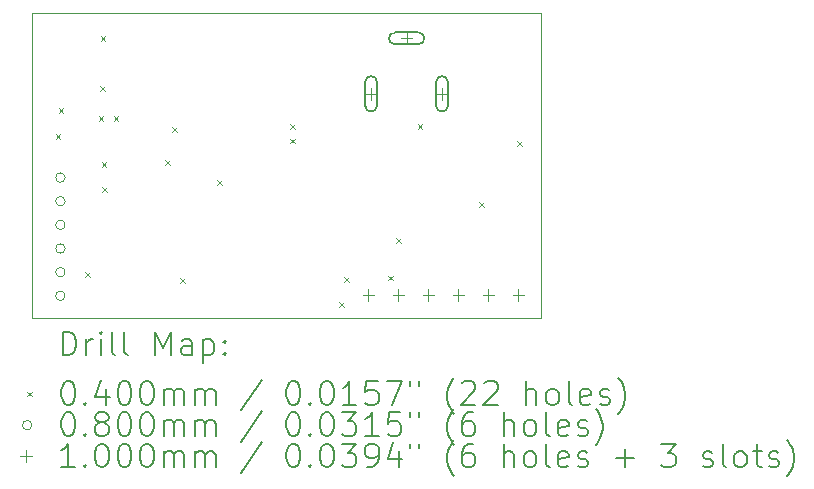
<source format=gbr>
%TF.GenerationSoftware,KiCad,Pcbnew,7.0.6*%
%TF.CreationDate,2024-04-30T22:03:51+02:00*%
%TF.ProjectId,MB-V2,4d422d56-322e-46b6-9963-61645f706362,rev?*%
%TF.SameCoordinates,Original*%
%TF.FileFunction,Drillmap*%
%TF.FilePolarity,Positive*%
%FSLAX45Y45*%
G04 Gerber Fmt 4.5, Leading zero omitted, Abs format (unit mm)*
G04 Created by KiCad (PCBNEW 7.0.6) date 2024-04-30 22:03:51*
%MOMM*%
%LPD*%
G01*
G04 APERTURE LIST*
%ADD10C,0.100000*%
%ADD11C,0.200000*%
%ADD12C,0.040000*%
%ADD13C,0.080000*%
G04 APERTURE END LIST*
D10*
X13603000Y-8942000D02*
X17913000Y-8942000D01*
X17913000Y-11527000D01*
X13603000Y-11527000D01*
X13603000Y-8942000D01*
D11*
D12*
X13800000Y-9970000D02*
X13840000Y-10010000D01*
X13840000Y-9970000D02*
X13800000Y-10010000D01*
X13825000Y-9750000D02*
X13865000Y-9790000D01*
X13865000Y-9750000D02*
X13825000Y-9790000D01*
X14050000Y-11140000D02*
X14090000Y-11180000D01*
X14090000Y-11140000D02*
X14050000Y-11180000D01*
X14165000Y-9820000D02*
X14205000Y-9860000D01*
X14205000Y-9820000D02*
X14165000Y-9860000D01*
X14175000Y-9565000D02*
X14215000Y-9605000D01*
X14215000Y-9565000D02*
X14175000Y-9605000D01*
X14180000Y-9140000D02*
X14220000Y-9180000D01*
X14220000Y-9140000D02*
X14180000Y-9180000D01*
X14190000Y-10210000D02*
X14230000Y-10250000D01*
X14230000Y-10210000D02*
X14190000Y-10250000D01*
X14195000Y-10420000D02*
X14235000Y-10460000D01*
X14235000Y-10420000D02*
X14195000Y-10460000D01*
X14290000Y-9820000D02*
X14330000Y-9860000D01*
X14330000Y-9820000D02*
X14290000Y-9860000D01*
X14725000Y-10190000D02*
X14765000Y-10230000D01*
X14765000Y-10190000D02*
X14725000Y-10230000D01*
X14785000Y-9910000D02*
X14825000Y-9950000D01*
X14825000Y-9910000D02*
X14785000Y-9950000D01*
X14857000Y-11191000D02*
X14897000Y-11231000D01*
X14897000Y-11191000D02*
X14857000Y-11231000D01*
X15166000Y-10363000D02*
X15206000Y-10403000D01*
X15206000Y-10363000D02*
X15166000Y-10403000D01*
X15785000Y-9890000D02*
X15825000Y-9930000D01*
X15825000Y-9890000D02*
X15785000Y-9930000D01*
X15785000Y-10010000D02*
X15825000Y-10050000D01*
X15825000Y-10010000D02*
X15785000Y-10050000D01*
X16201000Y-11395000D02*
X16241000Y-11435000D01*
X16241000Y-11395000D02*
X16201000Y-11435000D01*
X16240000Y-11185000D02*
X16280000Y-11225000D01*
X16280000Y-11185000D02*
X16240000Y-11225000D01*
X16615000Y-11170000D02*
X16655000Y-11210000D01*
X16655000Y-11170000D02*
X16615000Y-11210000D01*
X16685000Y-10850000D02*
X16725000Y-10890000D01*
X16725000Y-10850000D02*
X16685000Y-10890000D01*
X16865000Y-9890000D02*
X16905000Y-9930000D01*
X16905000Y-9890000D02*
X16865000Y-9930000D01*
X17385000Y-10550000D02*
X17425000Y-10590000D01*
X17425000Y-10550000D02*
X17385000Y-10590000D01*
X17705000Y-10030000D02*
X17745000Y-10070000D01*
X17745000Y-10030000D02*
X17705000Y-10070000D01*
D13*
X13880000Y-10340000D02*
G75*
G03*
X13880000Y-10340000I-40000J0D01*
G01*
X13880000Y-10540000D02*
G75*
G03*
X13880000Y-10540000I-40000J0D01*
G01*
X13880000Y-10740000D02*
G75*
G03*
X13880000Y-10740000I-40000J0D01*
G01*
X13880000Y-10940000D02*
G75*
G03*
X13880000Y-10940000I-40000J0D01*
G01*
X13880000Y-11140000D02*
G75*
G03*
X13880000Y-11140000I-40000J0D01*
G01*
X13880000Y-11340000D02*
G75*
G03*
X13880000Y-11340000I-40000J0D01*
G01*
D10*
X16448000Y-11287000D02*
X16448000Y-11387000D01*
X16398000Y-11337000D02*
X16498000Y-11337000D01*
X16471000Y-9580750D02*
X16471000Y-9680750D01*
X16421000Y-9630750D02*
X16521000Y-9630750D01*
D11*
X16521000Y-9730750D02*
X16521000Y-9530750D01*
X16521000Y-9530750D02*
G75*
G03*
X16421000Y-9530750I-50000J0D01*
G01*
X16421000Y-9530750D02*
X16421000Y-9730750D01*
X16421000Y-9730750D02*
G75*
G03*
X16521000Y-9730750I50000J0D01*
G01*
D10*
X16702000Y-11287000D02*
X16702000Y-11387000D01*
X16652000Y-11337000D02*
X16752000Y-11337000D01*
X16771000Y-9110750D02*
X16771000Y-9210750D01*
X16721000Y-9160750D02*
X16821000Y-9160750D01*
D11*
X16871000Y-9110750D02*
X16671000Y-9110750D01*
X16671000Y-9110750D02*
G75*
G03*
X16671000Y-9210750I0J-50000D01*
G01*
X16671000Y-9210750D02*
X16871000Y-9210750D01*
X16871000Y-9210750D02*
G75*
G03*
X16871000Y-9110750I0J50000D01*
G01*
D10*
X16956000Y-11287000D02*
X16956000Y-11387000D01*
X16906000Y-11337000D02*
X17006000Y-11337000D01*
X17071000Y-9580750D02*
X17071000Y-9680750D01*
X17021000Y-9630750D02*
X17121000Y-9630750D01*
D11*
X17121000Y-9730750D02*
X17121000Y-9530750D01*
X17121000Y-9530750D02*
G75*
G03*
X17021000Y-9530750I-50000J0D01*
G01*
X17021000Y-9530750D02*
X17021000Y-9730750D01*
X17021000Y-9730750D02*
G75*
G03*
X17121000Y-9730750I50000J0D01*
G01*
D10*
X17210000Y-11287000D02*
X17210000Y-11387000D01*
X17160000Y-11337000D02*
X17260000Y-11337000D01*
X17464000Y-11287000D02*
X17464000Y-11387000D01*
X17414000Y-11337000D02*
X17514000Y-11337000D01*
X17718000Y-11287000D02*
X17718000Y-11387000D01*
X17668000Y-11337000D02*
X17768000Y-11337000D01*
D11*
X13858777Y-11843484D02*
X13858777Y-11643484D01*
X13858777Y-11643484D02*
X13906396Y-11643484D01*
X13906396Y-11643484D02*
X13934967Y-11653008D01*
X13934967Y-11653008D02*
X13954015Y-11672055D01*
X13954015Y-11672055D02*
X13963539Y-11691103D01*
X13963539Y-11691103D02*
X13973062Y-11729198D01*
X13973062Y-11729198D02*
X13973062Y-11757769D01*
X13973062Y-11757769D02*
X13963539Y-11795865D01*
X13963539Y-11795865D02*
X13954015Y-11814912D01*
X13954015Y-11814912D02*
X13934967Y-11833960D01*
X13934967Y-11833960D02*
X13906396Y-11843484D01*
X13906396Y-11843484D02*
X13858777Y-11843484D01*
X14058777Y-11843484D02*
X14058777Y-11710150D01*
X14058777Y-11748246D02*
X14068301Y-11729198D01*
X14068301Y-11729198D02*
X14077824Y-11719674D01*
X14077824Y-11719674D02*
X14096872Y-11710150D01*
X14096872Y-11710150D02*
X14115920Y-11710150D01*
X14182586Y-11843484D02*
X14182586Y-11710150D01*
X14182586Y-11643484D02*
X14173062Y-11653008D01*
X14173062Y-11653008D02*
X14182586Y-11662531D01*
X14182586Y-11662531D02*
X14192110Y-11653008D01*
X14192110Y-11653008D02*
X14182586Y-11643484D01*
X14182586Y-11643484D02*
X14182586Y-11662531D01*
X14306396Y-11843484D02*
X14287348Y-11833960D01*
X14287348Y-11833960D02*
X14277824Y-11814912D01*
X14277824Y-11814912D02*
X14277824Y-11643484D01*
X14411158Y-11843484D02*
X14392110Y-11833960D01*
X14392110Y-11833960D02*
X14382586Y-11814912D01*
X14382586Y-11814912D02*
X14382586Y-11643484D01*
X14639729Y-11843484D02*
X14639729Y-11643484D01*
X14639729Y-11643484D02*
X14706396Y-11786341D01*
X14706396Y-11786341D02*
X14773062Y-11643484D01*
X14773062Y-11643484D02*
X14773062Y-11843484D01*
X14954015Y-11843484D02*
X14954015Y-11738722D01*
X14954015Y-11738722D02*
X14944491Y-11719674D01*
X14944491Y-11719674D02*
X14925443Y-11710150D01*
X14925443Y-11710150D02*
X14887348Y-11710150D01*
X14887348Y-11710150D02*
X14868301Y-11719674D01*
X14954015Y-11833960D02*
X14934967Y-11843484D01*
X14934967Y-11843484D02*
X14887348Y-11843484D01*
X14887348Y-11843484D02*
X14868301Y-11833960D01*
X14868301Y-11833960D02*
X14858777Y-11814912D01*
X14858777Y-11814912D02*
X14858777Y-11795865D01*
X14858777Y-11795865D02*
X14868301Y-11776817D01*
X14868301Y-11776817D02*
X14887348Y-11767293D01*
X14887348Y-11767293D02*
X14934967Y-11767293D01*
X14934967Y-11767293D02*
X14954015Y-11757769D01*
X15049253Y-11710150D02*
X15049253Y-11910150D01*
X15049253Y-11719674D02*
X15068301Y-11710150D01*
X15068301Y-11710150D02*
X15106396Y-11710150D01*
X15106396Y-11710150D02*
X15125443Y-11719674D01*
X15125443Y-11719674D02*
X15134967Y-11729198D01*
X15134967Y-11729198D02*
X15144491Y-11748246D01*
X15144491Y-11748246D02*
X15144491Y-11805388D01*
X15144491Y-11805388D02*
X15134967Y-11824436D01*
X15134967Y-11824436D02*
X15125443Y-11833960D01*
X15125443Y-11833960D02*
X15106396Y-11843484D01*
X15106396Y-11843484D02*
X15068301Y-11843484D01*
X15068301Y-11843484D02*
X15049253Y-11833960D01*
X15230205Y-11824436D02*
X15239729Y-11833960D01*
X15239729Y-11833960D02*
X15230205Y-11843484D01*
X15230205Y-11843484D02*
X15220682Y-11833960D01*
X15220682Y-11833960D02*
X15230205Y-11824436D01*
X15230205Y-11824436D02*
X15230205Y-11843484D01*
X15230205Y-11719674D02*
X15239729Y-11729198D01*
X15239729Y-11729198D02*
X15230205Y-11738722D01*
X15230205Y-11738722D02*
X15220682Y-11729198D01*
X15220682Y-11729198D02*
X15230205Y-11719674D01*
X15230205Y-11719674D02*
X15230205Y-11738722D01*
D12*
X13558000Y-12152000D02*
X13598000Y-12192000D01*
X13598000Y-12152000D02*
X13558000Y-12192000D01*
D11*
X13896872Y-12063484D02*
X13915920Y-12063484D01*
X13915920Y-12063484D02*
X13934967Y-12073008D01*
X13934967Y-12073008D02*
X13944491Y-12082531D01*
X13944491Y-12082531D02*
X13954015Y-12101579D01*
X13954015Y-12101579D02*
X13963539Y-12139674D01*
X13963539Y-12139674D02*
X13963539Y-12187293D01*
X13963539Y-12187293D02*
X13954015Y-12225388D01*
X13954015Y-12225388D02*
X13944491Y-12244436D01*
X13944491Y-12244436D02*
X13934967Y-12253960D01*
X13934967Y-12253960D02*
X13915920Y-12263484D01*
X13915920Y-12263484D02*
X13896872Y-12263484D01*
X13896872Y-12263484D02*
X13877824Y-12253960D01*
X13877824Y-12253960D02*
X13868301Y-12244436D01*
X13868301Y-12244436D02*
X13858777Y-12225388D01*
X13858777Y-12225388D02*
X13849253Y-12187293D01*
X13849253Y-12187293D02*
X13849253Y-12139674D01*
X13849253Y-12139674D02*
X13858777Y-12101579D01*
X13858777Y-12101579D02*
X13868301Y-12082531D01*
X13868301Y-12082531D02*
X13877824Y-12073008D01*
X13877824Y-12073008D02*
X13896872Y-12063484D01*
X14049253Y-12244436D02*
X14058777Y-12253960D01*
X14058777Y-12253960D02*
X14049253Y-12263484D01*
X14049253Y-12263484D02*
X14039729Y-12253960D01*
X14039729Y-12253960D02*
X14049253Y-12244436D01*
X14049253Y-12244436D02*
X14049253Y-12263484D01*
X14230205Y-12130150D02*
X14230205Y-12263484D01*
X14182586Y-12053960D02*
X14134967Y-12196817D01*
X14134967Y-12196817D02*
X14258777Y-12196817D01*
X14373062Y-12063484D02*
X14392110Y-12063484D01*
X14392110Y-12063484D02*
X14411158Y-12073008D01*
X14411158Y-12073008D02*
X14420682Y-12082531D01*
X14420682Y-12082531D02*
X14430205Y-12101579D01*
X14430205Y-12101579D02*
X14439729Y-12139674D01*
X14439729Y-12139674D02*
X14439729Y-12187293D01*
X14439729Y-12187293D02*
X14430205Y-12225388D01*
X14430205Y-12225388D02*
X14420682Y-12244436D01*
X14420682Y-12244436D02*
X14411158Y-12253960D01*
X14411158Y-12253960D02*
X14392110Y-12263484D01*
X14392110Y-12263484D02*
X14373062Y-12263484D01*
X14373062Y-12263484D02*
X14354015Y-12253960D01*
X14354015Y-12253960D02*
X14344491Y-12244436D01*
X14344491Y-12244436D02*
X14334967Y-12225388D01*
X14334967Y-12225388D02*
X14325443Y-12187293D01*
X14325443Y-12187293D02*
X14325443Y-12139674D01*
X14325443Y-12139674D02*
X14334967Y-12101579D01*
X14334967Y-12101579D02*
X14344491Y-12082531D01*
X14344491Y-12082531D02*
X14354015Y-12073008D01*
X14354015Y-12073008D02*
X14373062Y-12063484D01*
X14563539Y-12063484D02*
X14582586Y-12063484D01*
X14582586Y-12063484D02*
X14601634Y-12073008D01*
X14601634Y-12073008D02*
X14611158Y-12082531D01*
X14611158Y-12082531D02*
X14620682Y-12101579D01*
X14620682Y-12101579D02*
X14630205Y-12139674D01*
X14630205Y-12139674D02*
X14630205Y-12187293D01*
X14630205Y-12187293D02*
X14620682Y-12225388D01*
X14620682Y-12225388D02*
X14611158Y-12244436D01*
X14611158Y-12244436D02*
X14601634Y-12253960D01*
X14601634Y-12253960D02*
X14582586Y-12263484D01*
X14582586Y-12263484D02*
X14563539Y-12263484D01*
X14563539Y-12263484D02*
X14544491Y-12253960D01*
X14544491Y-12253960D02*
X14534967Y-12244436D01*
X14534967Y-12244436D02*
X14525443Y-12225388D01*
X14525443Y-12225388D02*
X14515920Y-12187293D01*
X14515920Y-12187293D02*
X14515920Y-12139674D01*
X14515920Y-12139674D02*
X14525443Y-12101579D01*
X14525443Y-12101579D02*
X14534967Y-12082531D01*
X14534967Y-12082531D02*
X14544491Y-12073008D01*
X14544491Y-12073008D02*
X14563539Y-12063484D01*
X14715920Y-12263484D02*
X14715920Y-12130150D01*
X14715920Y-12149198D02*
X14725443Y-12139674D01*
X14725443Y-12139674D02*
X14744491Y-12130150D01*
X14744491Y-12130150D02*
X14773063Y-12130150D01*
X14773063Y-12130150D02*
X14792110Y-12139674D01*
X14792110Y-12139674D02*
X14801634Y-12158722D01*
X14801634Y-12158722D02*
X14801634Y-12263484D01*
X14801634Y-12158722D02*
X14811158Y-12139674D01*
X14811158Y-12139674D02*
X14830205Y-12130150D01*
X14830205Y-12130150D02*
X14858777Y-12130150D01*
X14858777Y-12130150D02*
X14877824Y-12139674D01*
X14877824Y-12139674D02*
X14887348Y-12158722D01*
X14887348Y-12158722D02*
X14887348Y-12263484D01*
X14982586Y-12263484D02*
X14982586Y-12130150D01*
X14982586Y-12149198D02*
X14992110Y-12139674D01*
X14992110Y-12139674D02*
X15011158Y-12130150D01*
X15011158Y-12130150D02*
X15039729Y-12130150D01*
X15039729Y-12130150D02*
X15058777Y-12139674D01*
X15058777Y-12139674D02*
X15068301Y-12158722D01*
X15068301Y-12158722D02*
X15068301Y-12263484D01*
X15068301Y-12158722D02*
X15077824Y-12139674D01*
X15077824Y-12139674D02*
X15096872Y-12130150D01*
X15096872Y-12130150D02*
X15125443Y-12130150D01*
X15125443Y-12130150D02*
X15144491Y-12139674D01*
X15144491Y-12139674D02*
X15154015Y-12158722D01*
X15154015Y-12158722D02*
X15154015Y-12263484D01*
X15544491Y-12053960D02*
X15373063Y-12311103D01*
X15801634Y-12063484D02*
X15820682Y-12063484D01*
X15820682Y-12063484D02*
X15839729Y-12073008D01*
X15839729Y-12073008D02*
X15849253Y-12082531D01*
X15849253Y-12082531D02*
X15858777Y-12101579D01*
X15858777Y-12101579D02*
X15868301Y-12139674D01*
X15868301Y-12139674D02*
X15868301Y-12187293D01*
X15868301Y-12187293D02*
X15858777Y-12225388D01*
X15858777Y-12225388D02*
X15849253Y-12244436D01*
X15849253Y-12244436D02*
X15839729Y-12253960D01*
X15839729Y-12253960D02*
X15820682Y-12263484D01*
X15820682Y-12263484D02*
X15801634Y-12263484D01*
X15801634Y-12263484D02*
X15782586Y-12253960D01*
X15782586Y-12253960D02*
X15773063Y-12244436D01*
X15773063Y-12244436D02*
X15763539Y-12225388D01*
X15763539Y-12225388D02*
X15754015Y-12187293D01*
X15754015Y-12187293D02*
X15754015Y-12139674D01*
X15754015Y-12139674D02*
X15763539Y-12101579D01*
X15763539Y-12101579D02*
X15773063Y-12082531D01*
X15773063Y-12082531D02*
X15782586Y-12073008D01*
X15782586Y-12073008D02*
X15801634Y-12063484D01*
X15954015Y-12244436D02*
X15963539Y-12253960D01*
X15963539Y-12253960D02*
X15954015Y-12263484D01*
X15954015Y-12263484D02*
X15944491Y-12253960D01*
X15944491Y-12253960D02*
X15954015Y-12244436D01*
X15954015Y-12244436D02*
X15954015Y-12263484D01*
X16087348Y-12063484D02*
X16106396Y-12063484D01*
X16106396Y-12063484D02*
X16125444Y-12073008D01*
X16125444Y-12073008D02*
X16134967Y-12082531D01*
X16134967Y-12082531D02*
X16144491Y-12101579D01*
X16144491Y-12101579D02*
X16154015Y-12139674D01*
X16154015Y-12139674D02*
X16154015Y-12187293D01*
X16154015Y-12187293D02*
X16144491Y-12225388D01*
X16144491Y-12225388D02*
X16134967Y-12244436D01*
X16134967Y-12244436D02*
X16125444Y-12253960D01*
X16125444Y-12253960D02*
X16106396Y-12263484D01*
X16106396Y-12263484D02*
X16087348Y-12263484D01*
X16087348Y-12263484D02*
X16068301Y-12253960D01*
X16068301Y-12253960D02*
X16058777Y-12244436D01*
X16058777Y-12244436D02*
X16049253Y-12225388D01*
X16049253Y-12225388D02*
X16039729Y-12187293D01*
X16039729Y-12187293D02*
X16039729Y-12139674D01*
X16039729Y-12139674D02*
X16049253Y-12101579D01*
X16049253Y-12101579D02*
X16058777Y-12082531D01*
X16058777Y-12082531D02*
X16068301Y-12073008D01*
X16068301Y-12073008D02*
X16087348Y-12063484D01*
X16344491Y-12263484D02*
X16230206Y-12263484D01*
X16287348Y-12263484D02*
X16287348Y-12063484D01*
X16287348Y-12063484D02*
X16268301Y-12092055D01*
X16268301Y-12092055D02*
X16249253Y-12111103D01*
X16249253Y-12111103D02*
X16230206Y-12120627D01*
X16525444Y-12063484D02*
X16430206Y-12063484D01*
X16430206Y-12063484D02*
X16420682Y-12158722D01*
X16420682Y-12158722D02*
X16430206Y-12149198D01*
X16430206Y-12149198D02*
X16449253Y-12139674D01*
X16449253Y-12139674D02*
X16496872Y-12139674D01*
X16496872Y-12139674D02*
X16515920Y-12149198D01*
X16515920Y-12149198D02*
X16525444Y-12158722D01*
X16525444Y-12158722D02*
X16534967Y-12177769D01*
X16534967Y-12177769D02*
X16534967Y-12225388D01*
X16534967Y-12225388D02*
X16525444Y-12244436D01*
X16525444Y-12244436D02*
X16515920Y-12253960D01*
X16515920Y-12253960D02*
X16496872Y-12263484D01*
X16496872Y-12263484D02*
X16449253Y-12263484D01*
X16449253Y-12263484D02*
X16430206Y-12253960D01*
X16430206Y-12253960D02*
X16420682Y-12244436D01*
X16601634Y-12063484D02*
X16734967Y-12063484D01*
X16734967Y-12063484D02*
X16649253Y-12263484D01*
X16801634Y-12063484D02*
X16801634Y-12101579D01*
X16877825Y-12063484D02*
X16877825Y-12101579D01*
X17173063Y-12339674D02*
X17163539Y-12330150D01*
X17163539Y-12330150D02*
X17144491Y-12301579D01*
X17144491Y-12301579D02*
X17134968Y-12282531D01*
X17134968Y-12282531D02*
X17125444Y-12253960D01*
X17125444Y-12253960D02*
X17115920Y-12206341D01*
X17115920Y-12206341D02*
X17115920Y-12168246D01*
X17115920Y-12168246D02*
X17125444Y-12120627D01*
X17125444Y-12120627D02*
X17134968Y-12092055D01*
X17134968Y-12092055D02*
X17144491Y-12073008D01*
X17144491Y-12073008D02*
X17163539Y-12044436D01*
X17163539Y-12044436D02*
X17173063Y-12034912D01*
X17239730Y-12082531D02*
X17249253Y-12073008D01*
X17249253Y-12073008D02*
X17268301Y-12063484D01*
X17268301Y-12063484D02*
X17315920Y-12063484D01*
X17315920Y-12063484D02*
X17334968Y-12073008D01*
X17334968Y-12073008D02*
X17344491Y-12082531D01*
X17344491Y-12082531D02*
X17354015Y-12101579D01*
X17354015Y-12101579D02*
X17354015Y-12120627D01*
X17354015Y-12120627D02*
X17344491Y-12149198D01*
X17344491Y-12149198D02*
X17230206Y-12263484D01*
X17230206Y-12263484D02*
X17354015Y-12263484D01*
X17430206Y-12082531D02*
X17439730Y-12073008D01*
X17439730Y-12073008D02*
X17458777Y-12063484D01*
X17458777Y-12063484D02*
X17506396Y-12063484D01*
X17506396Y-12063484D02*
X17525444Y-12073008D01*
X17525444Y-12073008D02*
X17534968Y-12082531D01*
X17534968Y-12082531D02*
X17544491Y-12101579D01*
X17544491Y-12101579D02*
X17544491Y-12120627D01*
X17544491Y-12120627D02*
X17534968Y-12149198D01*
X17534968Y-12149198D02*
X17420682Y-12263484D01*
X17420682Y-12263484D02*
X17544491Y-12263484D01*
X17782587Y-12263484D02*
X17782587Y-12063484D01*
X17868301Y-12263484D02*
X17868301Y-12158722D01*
X17868301Y-12158722D02*
X17858777Y-12139674D01*
X17858777Y-12139674D02*
X17839730Y-12130150D01*
X17839730Y-12130150D02*
X17811158Y-12130150D01*
X17811158Y-12130150D02*
X17792111Y-12139674D01*
X17792111Y-12139674D02*
X17782587Y-12149198D01*
X17992111Y-12263484D02*
X17973063Y-12253960D01*
X17973063Y-12253960D02*
X17963539Y-12244436D01*
X17963539Y-12244436D02*
X17954015Y-12225388D01*
X17954015Y-12225388D02*
X17954015Y-12168246D01*
X17954015Y-12168246D02*
X17963539Y-12149198D01*
X17963539Y-12149198D02*
X17973063Y-12139674D01*
X17973063Y-12139674D02*
X17992111Y-12130150D01*
X17992111Y-12130150D02*
X18020682Y-12130150D01*
X18020682Y-12130150D02*
X18039730Y-12139674D01*
X18039730Y-12139674D02*
X18049253Y-12149198D01*
X18049253Y-12149198D02*
X18058777Y-12168246D01*
X18058777Y-12168246D02*
X18058777Y-12225388D01*
X18058777Y-12225388D02*
X18049253Y-12244436D01*
X18049253Y-12244436D02*
X18039730Y-12253960D01*
X18039730Y-12253960D02*
X18020682Y-12263484D01*
X18020682Y-12263484D02*
X17992111Y-12263484D01*
X18173063Y-12263484D02*
X18154015Y-12253960D01*
X18154015Y-12253960D02*
X18144492Y-12234912D01*
X18144492Y-12234912D02*
X18144492Y-12063484D01*
X18325444Y-12253960D02*
X18306396Y-12263484D01*
X18306396Y-12263484D02*
X18268301Y-12263484D01*
X18268301Y-12263484D02*
X18249253Y-12253960D01*
X18249253Y-12253960D02*
X18239730Y-12234912D01*
X18239730Y-12234912D02*
X18239730Y-12158722D01*
X18239730Y-12158722D02*
X18249253Y-12139674D01*
X18249253Y-12139674D02*
X18268301Y-12130150D01*
X18268301Y-12130150D02*
X18306396Y-12130150D01*
X18306396Y-12130150D02*
X18325444Y-12139674D01*
X18325444Y-12139674D02*
X18334968Y-12158722D01*
X18334968Y-12158722D02*
X18334968Y-12177769D01*
X18334968Y-12177769D02*
X18239730Y-12196817D01*
X18411158Y-12253960D02*
X18430206Y-12263484D01*
X18430206Y-12263484D02*
X18468301Y-12263484D01*
X18468301Y-12263484D02*
X18487349Y-12253960D01*
X18487349Y-12253960D02*
X18496873Y-12234912D01*
X18496873Y-12234912D02*
X18496873Y-12225388D01*
X18496873Y-12225388D02*
X18487349Y-12206341D01*
X18487349Y-12206341D02*
X18468301Y-12196817D01*
X18468301Y-12196817D02*
X18439730Y-12196817D01*
X18439730Y-12196817D02*
X18420682Y-12187293D01*
X18420682Y-12187293D02*
X18411158Y-12168246D01*
X18411158Y-12168246D02*
X18411158Y-12158722D01*
X18411158Y-12158722D02*
X18420682Y-12139674D01*
X18420682Y-12139674D02*
X18439730Y-12130150D01*
X18439730Y-12130150D02*
X18468301Y-12130150D01*
X18468301Y-12130150D02*
X18487349Y-12139674D01*
X18563539Y-12339674D02*
X18573063Y-12330150D01*
X18573063Y-12330150D02*
X18592111Y-12301579D01*
X18592111Y-12301579D02*
X18601634Y-12282531D01*
X18601634Y-12282531D02*
X18611158Y-12253960D01*
X18611158Y-12253960D02*
X18620682Y-12206341D01*
X18620682Y-12206341D02*
X18620682Y-12168246D01*
X18620682Y-12168246D02*
X18611158Y-12120627D01*
X18611158Y-12120627D02*
X18601634Y-12092055D01*
X18601634Y-12092055D02*
X18592111Y-12073008D01*
X18592111Y-12073008D02*
X18573063Y-12044436D01*
X18573063Y-12044436D02*
X18563539Y-12034912D01*
D13*
X13598000Y-12436000D02*
G75*
G03*
X13598000Y-12436000I-40000J0D01*
G01*
D11*
X13896872Y-12327484D02*
X13915920Y-12327484D01*
X13915920Y-12327484D02*
X13934967Y-12337008D01*
X13934967Y-12337008D02*
X13944491Y-12346531D01*
X13944491Y-12346531D02*
X13954015Y-12365579D01*
X13954015Y-12365579D02*
X13963539Y-12403674D01*
X13963539Y-12403674D02*
X13963539Y-12451293D01*
X13963539Y-12451293D02*
X13954015Y-12489388D01*
X13954015Y-12489388D02*
X13944491Y-12508436D01*
X13944491Y-12508436D02*
X13934967Y-12517960D01*
X13934967Y-12517960D02*
X13915920Y-12527484D01*
X13915920Y-12527484D02*
X13896872Y-12527484D01*
X13896872Y-12527484D02*
X13877824Y-12517960D01*
X13877824Y-12517960D02*
X13868301Y-12508436D01*
X13868301Y-12508436D02*
X13858777Y-12489388D01*
X13858777Y-12489388D02*
X13849253Y-12451293D01*
X13849253Y-12451293D02*
X13849253Y-12403674D01*
X13849253Y-12403674D02*
X13858777Y-12365579D01*
X13858777Y-12365579D02*
X13868301Y-12346531D01*
X13868301Y-12346531D02*
X13877824Y-12337008D01*
X13877824Y-12337008D02*
X13896872Y-12327484D01*
X14049253Y-12508436D02*
X14058777Y-12517960D01*
X14058777Y-12517960D02*
X14049253Y-12527484D01*
X14049253Y-12527484D02*
X14039729Y-12517960D01*
X14039729Y-12517960D02*
X14049253Y-12508436D01*
X14049253Y-12508436D02*
X14049253Y-12527484D01*
X14173062Y-12413198D02*
X14154015Y-12403674D01*
X14154015Y-12403674D02*
X14144491Y-12394150D01*
X14144491Y-12394150D02*
X14134967Y-12375103D01*
X14134967Y-12375103D02*
X14134967Y-12365579D01*
X14134967Y-12365579D02*
X14144491Y-12346531D01*
X14144491Y-12346531D02*
X14154015Y-12337008D01*
X14154015Y-12337008D02*
X14173062Y-12327484D01*
X14173062Y-12327484D02*
X14211158Y-12327484D01*
X14211158Y-12327484D02*
X14230205Y-12337008D01*
X14230205Y-12337008D02*
X14239729Y-12346531D01*
X14239729Y-12346531D02*
X14249253Y-12365579D01*
X14249253Y-12365579D02*
X14249253Y-12375103D01*
X14249253Y-12375103D02*
X14239729Y-12394150D01*
X14239729Y-12394150D02*
X14230205Y-12403674D01*
X14230205Y-12403674D02*
X14211158Y-12413198D01*
X14211158Y-12413198D02*
X14173062Y-12413198D01*
X14173062Y-12413198D02*
X14154015Y-12422722D01*
X14154015Y-12422722D02*
X14144491Y-12432246D01*
X14144491Y-12432246D02*
X14134967Y-12451293D01*
X14134967Y-12451293D02*
X14134967Y-12489388D01*
X14134967Y-12489388D02*
X14144491Y-12508436D01*
X14144491Y-12508436D02*
X14154015Y-12517960D01*
X14154015Y-12517960D02*
X14173062Y-12527484D01*
X14173062Y-12527484D02*
X14211158Y-12527484D01*
X14211158Y-12527484D02*
X14230205Y-12517960D01*
X14230205Y-12517960D02*
X14239729Y-12508436D01*
X14239729Y-12508436D02*
X14249253Y-12489388D01*
X14249253Y-12489388D02*
X14249253Y-12451293D01*
X14249253Y-12451293D02*
X14239729Y-12432246D01*
X14239729Y-12432246D02*
X14230205Y-12422722D01*
X14230205Y-12422722D02*
X14211158Y-12413198D01*
X14373062Y-12327484D02*
X14392110Y-12327484D01*
X14392110Y-12327484D02*
X14411158Y-12337008D01*
X14411158Y-12337008D02*
X14420682Y-12346531D01*
X14420682Y-12346531D02*
X14430205Y-12365579D01*
X14430205Y-12365579D02*
X14439729Y-12403674D01*
X14439729Y-12403674D02*
X14439729Y-12451293D01*
X14439729Y-12451293D02*
X14430205Y-12489388D01*
X14430205Y-12489388D02*
X14420682Y-12508436D01*
X14420682Y-12508436D02*
X14411158Y-12517960D01*
X14411158Y-12517960D02*
X14392110Y-12527484D01*
X14392110Y-12527484D02*
X14373062Y-12527484D01*
X14373062Y-12527484D02*
X14354015Y-12517960D01*
X14354015Y-12517960D02*
X14344491Y-12508436D01*
X14344491Y-12508436D02*
X14334967Y-12489388D01*
X14334967Y-12489388D02*
X14325443Y-12451293D01*
X14325443Y-12451293D02*
X14325443Y-12403674D01*
X14325443Y-12403674D02*
X14334967Y-12365579D01*
X14334967Y-12365579D02*
X14344491Y-12346531D01*
X14344491Y-12346531D02*
X14354015Y-12337008D01*
X14354015Y-12337008D02*
X14373062Y-12327484D01*
X14563539Y-12327484D02*
X14582586Y-12327484D01*
X14582586Y-12327484D02*
X14601634Y-12337008D01*
X14601634Y-12337008D02*
X14611158Y-12346531D01*
X14611158Y-12346531D02*
X14620682Y-12365579D01*
X14620682Y-12365579D02*
X14630205Y-12403674D01*
X14630205Y-12403674D02*
X14630205Y-12451293D01*
X14630205Y-12451293D02*
X14620682Y-12489388D01*
X14620682Y-12489388D02*
X14611158Y-12508436D01*
X14611158Y-12508436D02*
X14601634Y-12517960D01*
X14601634Y-12517960D02*
X14582586Y-12527484D01*
X14582586Y-12527484D02*
X14563539Y-12527484D01*
X14563539Y-12527484D02*
X14544491Y-12517960D01*
X14544491Y-12517960D02*
X14534967Y-12508436D01*
X14534967Y-12508436D02*
X14525443Y-12489388D01*
X14525443Y-12489388D02*
X14515920Y-12451293D01*
X14515920Y-12451293D02*
X14515920Y-12403674D01*
X14515920Y-12403674D02*
X14525443Y-12365579D01*
X14525443Y-12365579D02*
X14534967Y-12346531D01*
X14534967Y-12346531D02*
X14544491Y-12337008D01*
X14544491Y-12337008D02*
X14563539Y-12327484D01*
X14715920Y-12527484D02*
X14715920Y-12394150D01*
X14715920Y-12413198D02*
X14725443Y-12403674D01*
X14725443Y-12403674D02*
X14744491Y-12394150D01*
X14744491Y-12394150D02*
X14773063Y-12394150D01*
X14773063Y-12394150D02*
X14792110Y-12403674D01*
X14792110Y-12403674D02*
X14801634Y-12422722D01*
X14801634Y-12422722D02*
X14801634Y-12527484D01*
X14801634Y-12422722D02*
X14811158Y-12403674D01*
X14811158Y-12403674D02*
X14830205Y-12394150D01*
X14830205Y-12394150D02*
X14858777Y-12394150D01*
X14858777Y-12394150D02*
X14877824Y-12403674D01*
X14877824Y-12403674D02*
X14887348Y-12422722D01*
X14887348Y-12422722D02*
X14887348Y-12527484D01*
X14982586Y-12527484D02*
X14982586Y-12394150D01*
X14982586Y-12413198D02*
X14992110Y-12403674D01*
X14992110Y-12403674D02*
X15011158Y-12394150D01*
X15011158Y-12394150D02*
X15039729Y-12394150D01*
X15039729Y-12394150D02*
X15058777Y-12403674D01*
X15058777Y-12403674D02*
X15068301Y-12422722D01*
X15068301Y-12422722D02*
X15068301Y-12527484D01*
X15068301Y-12422722D02*
X15077824Y-12403674D01*
X15077824Y-12403674D02*
X15096872Y-12394150D01*
X15096872Y-12394150D02*
X15125443Y-12394150D01*
X15125443Y-12394150D02*
X15144491Y-12403674D01*
X15144491Y-12403674D02*
X15154015Y-12422722D01*
X15154015Y-12422722D02*
X15154015Y-12527484D01*
X15544491Y-12317960D02*
X15373063Y-12575103D01*
X15801634Y-12327484D02*
X15820682Y-12327484D01*
X15820682Y-12327484D02*
X15839729Y-12337008D01*
X15839729Y-12337008D02*
X15849253Y-12346531D01*
X15849253Y-12346531D02*
X15858777Y-12365579D01*
X15858777Y-12365579D02*
X15868301Y-12403674D01*
X15868301Y-12403674D02*
X15868301Y-12451293D01*
X15868301Y-12451293D02*
X15858777Y-12489388D01*
X15858777Y-12489388D02*
X15849253Y-12508436D01*
X15849253Y-12508436D02*
X15839729Y-12517960D01*
X15839729Y-12517960D02*
X15820682Y-12527484D01*
X15820682Y-12527484D02*
X15801634Y-12527484D01*
X15801634Y-12527484D02*
X15782586Y-12517960D01*
X15782586Y-12517960D02*
X15773063Y-12508436D01*
X15773063Y-12508436D02*
X15763539Y-12489388D01*
X15763539Y-12489388D02*
X15754015Y-12451293D01*
X15754015Y-12451293D02*
X15754015Y-12403674D01*
X15754015Y-12403674D02*
X15763539Y-12365579D01*
X15763539Y-12365579D02*
X15773063Y-12346531D01*
X15773063Y-12346531D02*
X15782586Y-12337008D01*
X15782586Y-12337008D02*
X15801634Y-12327484D01*
X15954015Y-12508436D02*
X15963539Y-12517960D01*
X15963539Y-12517960D02*
X15954015Y-12527484D01*
X15954015Y-12527484D02*
X15944491Y-12517960D01*
X15944491Y-12517960D02*
X15954015Y-12508436D01*
X15954015Y-12508436D02*
X15954015Y-12527484D01*
X16087348Y-12327484D02*
X16106396Y-12327484D01*
X16106396Y-12327484D02*
X16125444Y-12337008D01*
X16125444Y-12337008D02*
X16134967Y-12346531D01*
X16134967Y-12346531D02*
X16144491Y-12365579D01*
X16144491Y-12365579D02*
X16154015Y-12403674D01*
X16154015Y-12403674D02*
X16154015Y-12451293D01*
X16154015Y-12451293D02*
X16144491Y-12489388D01*
X16144491Y-12489388D02*
X16134967Y-12508436D01*
X16134967Y-12508436D02*
X16125444Y-12517960D01*
X16125444Y-12517960D02*
X16106396Y-12527484D01*
X16106396Y-12527484D02*
X16087348Y-12527484D01*
X16087348Y-12527484D02*
X16068301Y-12517960D01*
X16068301Y-12517960D02*
X16058777Y-12508436D01*
X16058777Y-12508436D02*
X16049253Y-12489388D01*
X16049253Y-12489388D02*
X16039729Y-12451293D01*
X16039729Y-12451293D02*
X16039729Y-12403674D01*
X16039729Y-12403674D02*
X16049253Y-12365579D01*
X16049253Y-12365579D02*
X16058777Y-12346531D01*
X16058777Y-12346531D02*
X16068301Y-12337008D01*
X16068301Y-12337008D02*
X16087348Y-12327484D01*
X16220682Y-12327484D02*
X16344491Y-12327484D01*
X16344491Y-12327484D02*
X16277825Y-12403674D01*
X16277825Y-12403674D02*
X16306396Y-12403674D01*
X16306396Y-12403674D02*
X16325444Y-12413198D01*
X16325444Y-12413198D02*
X16334967Y-12422722D01*
X16334967Y-12422722D02*
X16344491Y-12441769D01*
X16344491Y-12441769D02*
X16344491Y-12489388D01*
X16344491Y-12489388D02*
X16334967Y-12508436D01*
X16334967Y-12508436D02*
X16325444Y-12517960D01*
X16325444Y-12517960D02*
X16306396Y-12527484D01*
X16306396Y-12527484D02*
X16249253Y-12527484D01*
X16249253Y-12527484D02*
X16230206Y-12517960D01*
X16230206Y-12517960D02*
X16220682Y-12508436D01*
X16534967Y-12527484D02*
X16420682Y-12527484D01*
X16477825Y-12527484D02*
X16477825Y-12327484D01*
X16477825Y-12327484D02*
X16458777Y-12356055D01*
X16458777Y-12356055D02*
X16439729Y-12375103D01*
X16439729Y-12375103D02*
X16420682Y-12384627D01*
X16715920Y-12327484D02*
X16620682Y-12327484D01*
X16620682Y-12327484D02*
X16611158Y-12422722D01*
X16611158Y-12422722D02*
X16620682Y-12413198D01*
X16620682Y-12413198D02*
X16639729Y-12403674D01*
X16639729Y-12403674D02*
X16687348Y-12403674D01*
X16687348Y-12403674D02*
X16706396Y-12413198D01*
X16706396Y-12413198D02*
X16715920Y-12422722D01*
X16715920Y-12422722D02*
X16725444Y-12441769D01*
X16725444Y-12441769D02*
X16725444Y-12489388D01*
X16725444Y-12489388D02*
X16715920Y-12508436D01*
X16715920Y-12508436D02*
X16706396Y-12517960D01*
X16706396Y-12517960D02*
X16687348Y-12527484D01*
X16687348Y-12527484D02*
X16639729Y-12527484D01*
X16639729Y-12527484D02*
X16620682Y-12517960D01*
X16620682Y-12517960D02*
X16611158Y-12508436D01*
X16801634Y-12327484D02*
X16801634Y-12365579D01*
X16877825Y-12327484D02*
X16877825Y-12365579D01*
X17173063Y-12603674D02*
X17163539Y-12594150D01*
X17163539Y-12594150D02*
X17144491Y-12565579D01*
X17144491Y-12565579D02*
X17134968Y-12546531D01*
X17134968Y-12546531D02*
X17125444Y-12517960D01*
X17125444Y-12517960D02*
X17115920Y-12470341D01*
X17115920Y-12470341D02*
X17115920Y-12432246D01*
X17115920Y-12432246D02*
X17125444Y-12384627D01*
X17125444Y-12384627D02*
X17134968Y-12356055D01*
X17134968Y-12356055D02*
X17144491Y-12337008D01*
X17144491Y-12337008D02*
X17163539Y-12308436D01*
X17163539Y-12308436D02*
X17173063Y-12298912D01*
X17334968Y-12327484D02*
X17296872Y-12327484D01*
X17296872Y-12327484D02*
X17277825Y-12337008D01*
X17277825Y-12337008D02*
X17268301Y-12346531D01*
X17268301Y-12346531D02*
X17249253Y-12375103D01*
X17249253Y-12375103D02*
X17239730Y-12413198D01*
X17239730Y-12413198D02*
X17239730Y-12489388D01*
X17239730Y-12489388D02*
X17249253Y-12508436D01*
X17249253Y-12508436D02*
X17258777Y-12517960D01*
X17258777Y-12517960D02*
X17277825Y-12527484D01*
X17277825Y-12527484D02*
X17315920Y-12527484D01*
X17315920Y-12527484D02*
X17334968Y-12517960D01*
X17334968Y-12517960D02*
X17344491Y-12508436D01*
X17344491Y-12508436D02*
X17354015Y-12489388D01*
X17354015Y-12489388D02*
X17354015Y-12441769D01*
X17354015Y-12441769D02*
X17344491Y-12422722D01*
X17344491Y-12422722D02*
X17334968Y-12413198D01*
X17334968Y-12413198D02*
X17315920Y-12403674D01*
X17315920Y-12403674D02*
X17277825Y-12403674D01*
X17277825Y-12403674D02*
X17258777Y-12413198D01*
X17258777Y-12413198D02*
X17249253Y-12422722D01*
X17249253Y-12422722D02*
X17239730Y-12441769D01*
X17592111Y-12527484D02*
X17592111Y-12327484D01*
X17677825Y-12527484D02*
X17677825Y-12422722D01*
X17677825Y-12422722D02*
X17668301Y-12403674D01*
X17668301Y-12403674D02*
X17649253Y-12394150D01*
X17649253Y-12394150D02*
X17620682Y-12394150D01*
X17620682Y-12394150D02*
X17601634Y-12403674D01*
X17601634Y-12403674D02*
X17592111Y-12413198D01*
X17801634Y-12527484D02*
X17782587Y-12517960D01*
X17782587Y-12517960D02*
X17773063Y-12508436D01*
X17773063Y-12508436D02*
X17763539Y-12489388D01*
X17763539Y-12489388D02*
X17763539Y-12432246D01*
X17763539Y-12432246D02*
X17773063Y-12413198D01*
X17773063Y-12413198D02*
X17782587Y-12403674D01*
X17782587Y-12403674D02*
X17801634Y-12394150D01*
X17801634Y-12394150D02*
X17830206Y-12394150D01*
X17830206Y-12394150D02*
X17849253Y-12403674D01*
X17849253Y-12403674D02*
X17858777Y-12413198D01*
X17858777Y-12413198D02*
X17868301Y-12432246D01*
X17868301Y-12432246D02*
X17868301Y-12489388D01*
X17868301Y-12489388D02*
X17858777Y-12508436D01*
X17858777Y-12508436D02*
X17849253Y-12517960D01*
X17849253Y-12517960D02*
X17830206Y-12527484D01*
X17830206Y-12527484D02*
X17801634Y-12527484D01*
X17982587Y-12527484D02*
X17963539Y-12517960D01*
X17963539Y-12517960D02*
X17954015Y-12498912D01*
X17954015Y-12498912D02*
X17954015Y-12327484D01*
X18134968Y-12517960D02*
X18115920Y-12527484D01*
X18115920Y-12527484D02*
X18077825Y-12527484D01*
X18077825Y-12527484D02*
X18058777Y-12517960D01*
X18058777Y-12517960D02*
X18049253Y-12498912D01*
X18049253Y-12498912D02*
X18049253Y-12422722D01*
X18049253Y-12422722D02*
X18058777Y-12403674D01*
X18058777Y-12403674D02*
X18077825Y-12394150D01*
X18077825Y-12394150D02*
X18115920Y-12394150D01*
X18115920Y-12394150D02*
X18134968Y-12403674D01*
X18134968Y-12403674D02*
X18144492Y-12422722D01*
X18144492Y-12422722D02*
X18144492Y-12441769D01*
X18144492Y-12441769D02*
X18049253Y-12460817D01*
X18220682Y-12517960D02*
X18239730Y-12527484D01*
X18239730Y-12527484D02*
X18277825Y-12527484D01*
X18277825Y-12527484D02*
X18296873Y-12517960D01*
X18296873Y-12517960D02*
X18306396Y-12498912D01*
X18306396Y-12498912D02*
X18306396Y-12489388D01*
X18306396Y-12489388D02*
X18296873Y-12470341D01*
X18296873Y-12470341D02*
X18277825Y-12460817D01*
X18277825Y-12460817D02*
X18249253Y-12460817D01*
X18249253Y-12460817D02*
X18230206Y-12451293D01*
X18230206Y-12451293D02*
X18220682Y-12432246D01*
X18220682Y-12432246D02*
X18220682Y-12422722D01*
X18220682Y-12422722D02*
X18230206Y-12403674D01*
X18230206Y-12403674D02*
X18249253Y-12394150D01*
X18249253Y-12394150D02*
X18277825Y-12394150D01*
X18277825Y-12394150D02*
X18296873Y-12403674D01*
X18373063Y-12603674D02*
X18382587Y-12594150D01*
X18382587Y-12594150D02*
X18401634Y-12565579D01*
X18401634Y-12565579D02*
X18411158Y-12546531D01*
X18411158Y-12546531D02*
X18420682Y-12517960D01*
X18420682Y-12517960D02*
X18430206Y-12470341D01*
X18430206Y-12470341D02*
X18430206Y-12432246D01*
X18430206Y-12432246D02*
X18420682Y-12384627D01*
X18420682Y-12384627D02*
X18411158Y-12356055D01*
X18411158Y-12356055D02*
X18401634Y-12337008D01*
X18401634Y-12337008D02*
X18382587Y-12308436D01*
X18382587Y-12308436D02*
X18373063Y-12298912D01*
D10*
X13548000Y-12650000D02*
X13548000Y-12750000D01*
X13498000Y-12700000D02*
X13598000Y-12700000D01*
D11*
X13963539Y-12791484D02*
X13849253Y-12791484D01*
X13906396Y-12791484D02*
X13906396Y-12591484D01*
X13906396Y-12591484D02*
X13887348Y-12620055D01*
X13887348Y-12620055D02*
X13868301Y-12639103D01*
X13868301Y-12639103D02*
X13849253Y-12648627D01*
X14049253Y-12772436D02*
X14058777Y-12781960D01*
X14058777Y-12781960D02*
X14049253Y-12791484D01*
X14049253Y-12791484D02*
X14039729Y-12781960D01*
X14039729Y-12781960D02*
X14049253Y-12772436D01*
X14049253Y-12772436D02*
X14049253Y-12791484D01*
X14182586Y-12591484D02*
X14201634Y-12591484D01*
X14201634Y-12591484D02*
X14220682Y-12601008D01*
X14220682Y-12601008D02*
X14230205Y-12610531D01*
X14230205Y-12610531D02*
X14239729Y-12629579D01*
X14239729Y-12629579D02*
X14249253Y-12667674D01*
X14249253Y-12667674D02*
X14249253Y-12715293D01*
X14249253Y-12715293D02*
X14239729Y-12753388D01*
X14239729Y-12753388D02*
X14230205Y-12772436D01*
X14230205Y-12772436D02*
X14220682Y-12781960D01*
X14220682Y-12781960D02*
X14201634Y-12791484D01*
X14201634Y-12791484D02*
X14182586Y-12791484D01*
X14182586Y-12791484D02*
X14163539Y-12781960D01*
X14163539Y-12781960D02*
X14154015Y-12772436D01*
X14154015Y-12772436D02*
X14144491Y-12753388D01*
X14144491Y-12753388D02*
X14134967Y-12715293D01*
X14134967Y-12715293D02*
X14134967Y-12667674D01*
X14134967Y-12667674D02*
X14144491Y-12629579D01*
X14144491Y-12629579D02*
X14154015Y-12610531D01*
X14154015Y-12610531D02*
X14163539Y-12601008D01*
X14163539Y-12601008D02*
X14182586Y-12591484D01*
X14373062Y-12591484D02*
X14392110Y-12591484D01*
X14392110Y-12591484D02*
X14411158Y-12601008D01*
X14411158Y-12601008D02*
X14420682Y-12610531D01*
X14420682Y-12610531D02*
X14430205Y-12629579D01*
X14430205Y-12629579D02*
X14439729Y-12667674D01*
X14439729Y-12667674D02*
X14439729Y-12715293D01*
X14439729Y-12715293D02*
X14430205Y-12753388D01*
X14430205Y-12753388D02*
X14420682Y-12772436D01*
X14420682Y-12772436D02*
X14411158Y-12781960D01*
X14411158Y-12781960D02*
X14392110Y-12791484D01*
X14392110Y-12791484D02*
X14373062Y-12791484D01*
X14373062Y-12791484D02*
X14354015Y-12781960D01*
X14354015Y-12781960D02*
X14344491Y-12772436D01*
X14344491Y-12772436D02*
X14334967Y-12753388D01*
X14334967Y-12753388D02*
X14325443Y-12715293D01*
X14325443Y-12715293D02*
X14325443Y-12667674D01*
X14325443Y-12667674D02*
X14334967Y-12629579D01*
X14334967Y-12629579D02*
X14344491Y-12610531D01*
X14344491Y-12610531D02*
X14354015Y-12601008D01*
X14354015Y-12601008D02*
X14373062Y-12591484D01*
X14563539Y-12591484D02*
X14582586Y-12591484D01*
X14582586Y-12591484D02*
X14601634Y-12601008D01*
X14601634Y-12601008D02*
X14611158Y-12610531D01*
X14611158Y-12610531D02*
X14620682Y-12629579D01*
X14620682Y-12629579D02*
X14630205Y-12667674D01*
X14630205Y-12667674D02*
X14630205Y-12715293D01*
X14630205Y-12715293D02*
X14620682Y-12753388D01*
X14620682Y-12753388D02*
X14611158Y-12772436D01*
X14611158Y-12772436D02*
X14601634Y-12781960D01*
X14601634Y-12781960D02*
X14582586Y-12791484D01*
X14582586Y-12791484D02*
X14563539Y-12791484D01*
X14563539Y-12791484D02*
X14544491Y-12781960D01*
X14544491Y-12781960D02*
X14534967Y-12772436D01*
X14534967Y-12772436D02*
X14525443Y-12753388D01*
X14525443Y-12753388D02*
X14515920Y-12715293D01*
X14515920Y-12715293D02*
X14515920Y-12667674D01*
X14515920Y-12667674D02*
X14525443Y-12629579D01*
X14525443Y-12629579D02*
X14534967Y-12610531D01*
X14534967Y-12610531D02*
X14544491Y-12601008D01*
X14544491Y-12601008D02*
X14563539Y-12591484D01*
X14715920Y-12791484D02*
X14715920Y-12658150D01*
X14715920Y-12677198D02*
X14725443Y-12667674D01*
X14725443Y-12667674D02*
X14744491Y-12658150D01*
X14744491Y-12658150D02*
X14773063Y-12658150D01*
X14773063Y-12658150D02*
X14792110Y-12667674D01*
X14792110Y-12667674D02*
X14801634Y-12686722D01*
X14801634Y-12686722D02*
X14801634Y-12791484D01*
X14801634Y-12686722D02*
X14811158Y-12667674D01*
X14811158Y-12667674D02*
X14830205Y-12658150D01*
X14830205Y-12658150D02*
X14858777Y-12658150D01*
X14858777Y-12658150D02*
X14877824Y-12667674D01*
X14877824Y-12667674D02*
X14887348Y-12686722D01*
X14887348Y-12686722D02*
X14887348Y-12791484D01*
X14982586Y-12791484D02*
X14982586Y-12658150D01*
X14982586Y-12677198D02*
X14992110Y-12667674D01*
X14992110Y-12667674D02*
X15011158Y-12658150D01*
X15011158Y-12658150D02*
X15039729Y-12658150D01*
X15039729Y-12658150D02*
X15058777Y-12667674D01*
X15058777Y-12667674D02*
X15068301Y-12686722D01*
X15068301Y-12686722D02*
X15068301Y-12791484D01*
X15068301Y-12686722D02*
X15077824Y-12667674D01*
X15077824Y-12667674D02*
X15096872Y-12658150D01*
X15096872Y-12658150D02*
X15125443Y-12658150D01*
X15125443Y-12658150D02*
X15144491Y-12667674D01*
X15144491Y-12667674D02*
X15154015Y-12686722D01*
X15154015Y-12686722D02*
X15154015Y-12791484D01*
X15544491Y-12581960D02*
X15373063Y-12839103D01*
X15801634Y-12591484D02*
X15820682Y-12591484D01*
X15820682Y-12591484D02*
X15839729Y-12601008D01*
X15839729Y-12601008D02*
X15849253Y-12610531D01*
X15849253Y-12610531D02*
X15858777Y-12629579D01*
X15858777Y-12629579D02*
X15868301Y-12667674D01*
X15868301Y-12667674D02*
X15868301Y-12715293D01*
X15868301Y-12715293D02*
X15858777Y-12753388D01*
X15858777Y-12753388D02*
X15849253Y-12772436D01*
X15849253Y-12772436D02*
X15839729Y-12781960D01*
X15839729Y-12781960D02*
X15820682Y-12791484D01*
X15820682Y-12791484D02*
X15801634Y-12791484D01*
X15801634Y-12791484D02*
X15782586Y-12781960D01*
X15782586Y-12781960D02*
X15773063Y-12772436D01*
X15773063Y-12772436D02*
X15763539Y-12753388D01*
X15763539Y-12753388D02*
X15754015Y-12715293D01*
X15754015Y-12715293D02*
X15754015Y-12667674D01*
X15754015Y-12667674D02*
X15763539Y-12629579D01*
X15763539Y-12629579D02*
X15773063Y-12610531D01*
X15773063Y-12610531D02*
X15782586Y-12601008D01*
X15782586Y-12601008D02*
X15801634Y-12591484D01*
X15954015Y-12772436D02*
X15963539Y-12781960D01*
X15963539Y-12781960D02*
X15954015Y-12791484D01*
X15954015Y-12791484D02*
X15944491Y-12781960D01*
X15944491Y-12781960D02*
X15954015Y-12772436D01*
X15954015Y-12772436D02*
X15954015Y-12791484D01*
X16087348Y-12591484D02*
X16106396Y-12591484D01*
X16106396Y-12591484D02*
X16125444Y-12601008D01*
X16125444Y-12601008D02*
X16134967Y-12610531D01*
X16134967Y-12610531D02*
X16144491Y-12629579D01*
X16144491Y-12629579D02*
X16154015Y-12667674D01*
X16154015Y-12667674D02*
X16154015Y-12715293D01*
X16154015Y-12715293D02*
X16144491Y-12753388D01*
X16144491Y-12753388D02*
X16134967Y-12772436D01*
X16134967Y-12772436D02*
X16125444Y-12781960D01*
X16125444Y-12781960D02*
X16106396Y-12791484D01*
X16106396Y-12791484D02*
X16087348Y-12791484D01*
X16087348Y-12791484D02*
X16068301Y-12781960D01*
X16068301Y-12781960D02*
X16058777Y-12772436D01*
X16058777Y-12772436D02*
X16049253Y-12753388D01*
X16049253Y-12753388D02*
X16039729Y-12715293D01*
X16039729Y-12715293D02*
X16039729Y-12667674D01*
X16039729Y-12667674D02*
X16049253Y-12629579D01*
X16049253Y-12629579D02*
X16058777Y-12610531D01*
X16058777Y-12610531D02*
X16068301Y-12601008D01*
X16068301Y-12601008D02*
X16087348Y-12591484D01*
X16220682Y-12591484D02*
X16344491Y-12591484D01*
X16344491Y-12591484D02*
X16277825Y-12667674D01*
X16277825Y-12667674D02*
X16306396Y-12667674D01*
X16306396Y-12667674D02*
X16325444Y-12677198D01*
X16325444Y-12677198D02*
X16334967Y-12686722D01*
X16334967Y-12686722D02*
X16344491Y-12705769D01*
X16344491Y-12705769D02*
X16344491Y-12753388D01*
X16344491Y-12753388D02*
X16334967Y-12772436D01*
X16334967Y-12772436D02*
X16325444Y-12781960D01*
X16325444Y-12781960D02*
X16306396Y-12791484D01*
X16306396Y-12791484D02*
X16249253Y-12791484D01*
X16249253Y-12791484D02*
X16230206Y-12781960D01*
X16230206Y-12781960D02*
X16220682Y-12772436D01*
X16439729Y-12791484D02*
X16477825Y-12791484D01*
X16477825Y-12791484D02*
X16496872Y-12781960D01*
X16496872Y-12781960D02*
X16506396Y-12772436D01*
X16506396Y-12772436D02*
X16525444Y-12743865D01*
X16525444Y-12743865D02*
X16534967Y-12705769D01*
X16534967Y-12705769D02*
X16534967Y-12629579D01*
X16534967Y-12629579D02*
X16525444Y-12610531D01*
X16525444Y-12610531D02*
X16515920Y-12601008D01*
X16515920Y-12601008D02*
X16496872Y-12591484D01*
X16496872Y-12591484D02*
X16458777Y-12591484D01*
X16458777Y-12591484D02*
X16439729Y-12601008D01*
X16439729Y-12601008D02*
X16430206Y-12610531D01*
X16430206Y-12610531D02*
X16420682Y-12629579D01*
X16420682Y-12629579D02*
X16420682Y-12677198D01*
X16420682Y-12677198D02*
X16430206Y-12696246D01*
X16430206Y-12696246D02*
X16439729Y-12705769D01*
X16439729Y-12705769D02*
X16458777Y-12715293D01*
X16458777Y-12715293D02*
X16496872Y-12715293D01*
X16496872Y-12715293D02*
X16515920Y-12705769D01*
X16515920Y-12705769D02*
X16525444Y-12696246D01*
X16525444Y-12696246D02*
X16534967Y-12677198D01*
X16706396Y-12658150D02*
X16706396Y-12791484D01*
X16658777Y-12581960D02*
X16611158Y-12724817D01*
X16611158Y-12724817D02*
X16734967Y-12724817D01*
X16801634Y-12591484D02*
X16801634Y-12629579D01*
X16877825Y-12591484D02*
X16877825Y-12629579D01*
X17173063Y-12867674D02*
X17163539Y-12858150D01*
X17163539Y-12858150D02*
X17144491Y-12829579D01*
X17144491Y-12829579D02*
X17134968Y-12810531D01*
X17134968Y-12810531D02*
X17125444Y-12781960D01*
X17125444Y-12781960D02*
X17115920Y-12734341D01*
X17115920Y-12734341D02*
X17115920Y-12696246D01*
X17115920Y-12696246D02*
X17125444Y-12648627D01*
X17125444Y-12648627D02*
X17134968Y-12620055D01*
X17134968Y-12620055D02*
X17144491Y-12601008D01*
X17144491Y-12601008D02*
X17163539Y-12572436D01*
X17163539Y-12572436D02*
X17173063Y-12562912D01*
X17334968Y-12591484D02*
X17296872Y-12591484D01*
X17296872Y-12591484D02*
X17277825Y-12601008D01*
X17277825Y-12601008D02*
X17268301Y-12610531D01*
X17268301Y-12610531D02*
X17249253Y-12639103D01*
X17249253Y-12639103D02*
X17239730Y-12677198D01*
X17239730Y-12677198D02*
X17239730Y-12753388D01*
X17239730Y-12753388D02*
X17249253Y-12772436D01*
X17249253Y-12772436D02*
X17258777Y-12781960D01*
X17258777Y-12781960D02*
X17277825Y-12791484D01*
X17277825Y-12791484D02*
X17315920Y-12791484D01*
X17315920Y-12791484D02*
X17334968Y-12781960D01*
X17334968Y-12781960D02*
X17344491Y-12772436D01*
X17344491Y-12772436D02*
X17354015Y-12753388D01*
X17354015Y-12753388D02*
X17354015Y-12705769D01*
X17354015Y-12705769D02*
X17344491Y-12686722D01*
X17344491Y-12686722D02*
X17334968Y-12677198D01*
X17334968Y-12677198D02*
X17315920Y-12667674D01*
X17315920Y-12667674D02*
X17277825Y-12667674D01*
X17277825Y-12667674D02*
X17258777Y-12677198D01*
X17258777Y-12677198D02*
X17249253Y-12686722D01*
X17249253Y-12686722D02*
X17239730Y-12705769D01*
X17592111Y-12791484D02*
X17592111Y-12591484D01*
X17677825Y-12791484D02*
X17677825Y-12686722D01*
X17677825Y-12686722D02*
X17668301Y-12667674D01*
X17668301Y-12667674D02*
X17649253Y-12658150D01*
X17649253Y-12658150D02*
X17620682Y-12658150D01*
X17620682Y-12658150D02*
X17601634Y-12667674D01*
X17601634Y-12667674D02*
X17592111Y-12677198D01*
X17801634Y-12791484D02*
X17782587Y-12781960D01*
X17782587Y-12781960D02*
X17773063Y-12772436D01*
X17773063Y-12772436D02*
X17763539Y-12753388D01*
X17763539Y-12753388D02*
X17763539Y-12696246D01*
X17763539Y-12696246D02*
X17773063Y-12677198D01*
X17773063Y-12677198D02*
X17782587Y-12667674D01*
X17782587Y-12667674D02*
X17801634Y-12658150D01*
X17801634Y-12658150D02*
X17830206Y-12658150D01*
X17830206Y-12658150D02*
X17849253Y-12667674D01*
X17849253Y-12667674D02*
X17858777Y-12677198D01*
X17858777Y-12677198D02*
X17868301Y-12696246D01*
X17868301Y-12696246D02*
X17868301Y-12753388D01*
X17868301Y-12753388D02*
X17858777Y-12772436D01*
X17858777Y-12772436D02*
X17849253Y-12781960D01*
X17849253Y-12781960D02*
X17830206Y-12791484D01*
X17830206Y-12791484D02*
X17801634Y-12791484D01*
X17982587Y-12791484D02*
X17963539Y-12781960D01*
X17963539Y-12781960D02*
X17954015Y-12762912D01*
X17954015Y-12762912D02*
X17954015Y-12591484D01*
X18134968Y-12781960D02*
X18115920Y-12791484D01*
X18115920Y-12791484D02*
X18077825Y-12791484D01*
X18077825Y-12791484D02*
X18058777Y-12781960D01*
X18058777Y-12781960D02*
X18049253Y-12762912D01*
X18049253Y-12762912D02*
X18049253Y-12686722D01*
X18049253Y-12686722D02*
X18058777Y-12667674D01*
X18058777Y-12667674D02*
X18077825Y-12658150D01*
X18077825Y-12658150D02*
X18115920Y-12658150D01*
X18115920Y-12658150D02*
X18134968Y-12667674D01*
X18134968Y-12667674D02*
X18144492Y-12686722D01*
X18144492Y-12686722D02*
X18144492Y-12705769D01*
X18144492Y-12705769D02*
X18049253Y-12724817D01*
X18220682Y-12781960D02*
X18239730Y-12791484D01*
X18239730Y-12791484D02*
X18277825Y-12791484D01*
X18277825Y-12791484D02*
X18296873Y-12781960D01*
X18296873Y-12781960D02*
X18306396Y-12762912D01*
X18306396Y-12762912D02*
X18306396Y-12753388D01*
X18306396Y-12753388D02*
X18296873Y-12734341D01*
X18296873Y-12734341D02*
X18277825Y-12724817D01*
X18277825Y-12724817D02*
X18249253Y-12724817D01*
X18249253Y-12724817D02*
X18230206Y-12715293D01*
X18230206Y-12715293D02*
X18220682Y-12696246D01*
X18220682Y-12696246D02*
X18220682Y-12686722D01*
X18220682Y-12686722D02*
X18230206Y-12667674D01*
X18230206Y-12667674D02*
X18249253Y-12658150D01*
X18249253Y-12658150D02*
X18277825Y-12658150D01*
X18277825Y-12658150D02*
X18296873Y-12667674D01*
X18544492Y-12715293D02*
X18696873Y-12715293D01*
X18620682Y-12791484D02*
X18620682Y-12639103D01*
X18925444Y-12591484D02*
X19049254Y-12591484D01*
X19049254Y-12591484D02*
X18982587Y-12667674D01*
X18982587Y-12667674D02*
X19011158Y-12667674D01*
X19011158Y-12667674D02*
X19030206Y-12677198D01*
X19030206Y-12677198D02*
X19039730Y-12686722D01*
X19039730Y-12686722D02*
X19049254Y-12705769D01*
X19049254Y-12705769D02*
X19049254Y-12753388D01*
X19049254Y-12753388D02*
X19039730Y-12772436D01*
X19039730Y-12772436D02*
X19030206Y-12781960D01*
X19030206Y-12781960D02*
X19011158Y-12791484D01*
X19011158Y-12791484D02*
X18954015Y-12791484D01*
X18954015Y-12791484D02*
X18934968Y-12781960D01*
X18934968Y-12781960D02*
X18925444Y-12772436D01*
X19277825Y-12781960D02*
X19296873Y-12791484D01*
X19296873Y-12791484D02*
X19334968Y-12791484D01*
X19334968Y-12791484D02*
X19354016Y-12781960D01*
X19354016Y-12781960D02*
X19363539Y-12762912D01*
X19363539Y-12762912D02*
X19363539Y-12753388D01*
X19363539Y-12753388D02*
X19354016Y-12734341D01*
X19354016Y-12734341D02*
X19334968Y-12724817D01*
X19334968Y-12724817D02*
X19306396Y-12724817D01*
X19306396Y-12724817D02*
X19287349Y-12715293D01*
X19287349Y-12715293D02*
X19277825Y-12696246D01*
X19277825Y-12696246D02*
X19277825Y-12686722D01*
X19277825Y-12686722D02*
X19287349Y-12667674D01*
X19287349Y-12667674D02*
X19306396Y-12658150D01*
X19306396Y-12658150D02*
X19334968Y-12658150D01*
X19334968Y-12658150D02*
X19354016Y-12667674D01*
X19477825Y-12791484D02*
X19458777Y-12781960D01*
X19458777Y-12781960D02*
X19449254Y-12762912D01*
X19449254Y-12762912D02*
X19449254Y-12591484D01*
X19582587Y-12791484D02*
X19563539Y-12781960D01*
X19563539Y-12781960D02*
X19554016Y-12772436D01*
X19554016Y-12772436D02*
X19544492Y-12753388D01*
X19544492Y-12753388D02*
X19544492Y-12696246D01*
X19544492Y-12696246D02*
X19554016Y-12677198D01*
X19554016Y-12677198D02*
X19563539Y-12667674D01*
X19563539Y-12667674D02*
X19582587Y-12658150D01*
X19582587Y-12658150D02*
X19611158Y-12658150D01*
X19611158Y-12658150D02*
X19630206Y-12667674D01*
X19630206Y-12667674D02*
X19639730Y-12677198D01*
X19639730Y-12677198D02*
X19649254Y-12696246D01*
X19649254Y-12696246D02*
X19649254Y-12753388D01*
X19649254Y-12753388D02*
X19639730Y-12772436D01*
X19639730Y-12772436D02*
X19630206Y-12781960D01*
X19630206Y-12781960D02*
X19611158Y-12791484D01*
X19611158Y-12791484D02*
X19582587Y-12791484D01*
X19706397Y-12658150D02*
X19782587Y-12658150D01*
X19734968Y-12591484D02*
X19734968Y-12762912D01*
X19734968Y-12762912D02*
X19744492Y-12781960D01*
X19744492Y-12781960D02*
X19763539Y-12791484D01*
X19763539Y-12791484D02*
X19782587Y-12791484D01*
X19839730Y-12781960D02*
X19858777Y-12791484D01*
X19858777Y-12791484D02*
X19896873Y-12791484D01*
X19896873Y-12791484D02*
X19915920Y-12781960D01*
X19915920Y-12781960D02*
X19925444Y-12762912D01*
X19925444Y-12762912D02*
X19925444Y-12753388D01*
X19925444Y-12753388D02*
X19915920Y-12734341D01*
X19915920Y-12734341D02*
X19896873Y-12724817D01*
X19896873Y-12724817D02*
X19868301Y-12724817D01*
X19868301Y-12724817D02*
X19849254Y-12715293D01*
X19849254Y-12715293D02*
X19839730Y-12696246D01*
X19839730Y-12696246D02*
X19839730Y-12686722D01*
X19839730Y-12686722D02*
X19849254Y-12667674D01*
X19849254Y-12667674D02*
X19868301Y-12658150D01*
X19868301Y-12658150D02*
X19896873Y-12658150D01*
X19896873Y-12658150D02*
X19915920Y-12667674D01*
X19992111Y-12867674D02*
X20001635Y-12858150D01*
X20001635Y-12858150D02*
X20020682Y-12829579D01*
X20020682Y-12829579D02*
X20030206Y-12810531D01*
X20030206Y-12810531D02*
X20039730Y-12781960D01*
X20039730Y-12781960D02*
X20049254Y-12734341D01*
X20049254Y-12734341D02*
X20049254Y-12696246D01*
X20049254Y-12696246D02*
X20039730Y-12648627D01*
X20039730Y-12648627D02*
X20030206Y-12620055D01*
X20030206Y-12620055D02*
X20020682Y-12601008D01*
X20020682Y-12601008D02*
X20001635Y-12572436D01*
X20001635Y-12572436D02*
X19992111Y-12562912D01*
M02*

</source>
